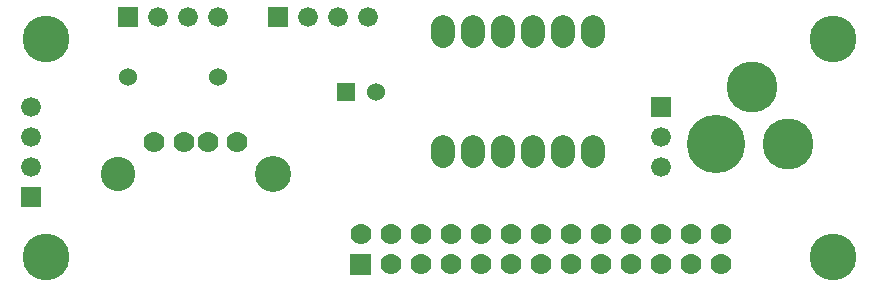
<source format=gbr>
G04 start of page 13 for group -4062 idx -4062 *
G04 Title: (unknown), soldermask *
G04 Creator: pcb 20110918 *
G04 CreationDate: Sat 01 Feb 2014 02:35:45 AM GMT UTC *
G04 For: vince *
G04 Format: Gerber/RS-274X *
G04 PCB-Dimensions: 300000 110000 *
G04 PCB-Coordinate-Origin: lower left *
%MOIN*%
%FSLAX25Y25*%
%LNBOTTOMMASK*%
%ADD132C,0.1700*%
%ADD131C,0.1950*%
%ADD130C,0.0660*%
%ADD129C,0.1560*%
%ADD128C,0.0600*%
%ADD127C,0.1150*%
%ADD126C,0.0001*%
%ADD125C,0.1200*%
%ADD124C,0.0700*%
%ADD123C,0.0800*%
G54D123*X162500Y52500D03*
Y92500D03*
X152500D03*
X172500Y52500D03*
Y92500D03*
X182500Y52500D03*
Y92500D03*
X192500Y52500D03*
X202500D03*
X192500Y92500D03*
G54D124*X155000Y15000D03*
Y25000D03*
X165000Y15000D03*
Y25000D03*
X175000Y15000D03*
Y25000D03*
X185000Y15000D03*
Y25000D03*
X195000Y15000D03*
Y25000D03*
X83777Y55670D03*
G54D125*X95850Y45000D03*
G54D126*G36*
X117000Y75500D02*Y69500D01*
X123000D01*
Y75500D01*
X117000D01*
G37*
G54D124*X56223Y55670D03*
X66063D03*
X73937D03*
G54D127*X44150Y45000D03*
G54D128*X77500Y77500D03*
X47500D03*
G54D126*G36*
X11700Y40800D02*Y34200D01*
X18300D01*
Y40800D01*
X11700D01*
G37*
G54D129*X20000Y17500D03*
G54D130*X15000Y47500D03*
Y57500D03*
Y67500D03*
G54D126*G36*
X94200Y100800D02*Y94200D01*
X100800D01*
Y100800D01*
X94200D01*
G37*
G54D130*X107500Y97500D03*
X117500D03*
X127500D03*
G54D126*G36*
X44200Y100800D02*Y94200D01*
X50800D01*
Y100800D01*
X44200D01*
G37*
G54D130*X57500Y97500D03*
X67500D03*
X77500D03*
G54D129*X20000Y90000D03*
G54D123*X152500Y52500D03*
G54D128*X130000Y72500D03*
G54D126*G36*
X121500Y18500D02*Y11500D01*
X128500D01*
Y18500D01*
X121500D01*
G37*
G54D124*X125000Y25000D03*
X135000Y15000D03*
Y25000D03*
X145000Y15000D03*
Y25000D03*
G54D123*X202500Y92500D03*
G54D126*G36*
X221700Y70800D02*Y64200D01*
X228300D01*
Y70800D01*
X221700D01*
G37*
G54D130*X225000Y57500D03*
Y47500D03*
G54D124*X205000Y15000D03*
Y25000D03*
G54D131*X243500Y55000D03*
G54D132*X267500D03*
X255500Y74000D03*
G54D129*X282500Y90000D03*
G54D124*X215000Y15000D03*
X225000D03*
X235000D03*
X215000Y25000D03*
X225000D03*
X235000D03*
G54D129*X282500Y17500D03*
G54D124*X245000Y15000D03*
Y25000D03*
G54D123*X202500Y94000D02*Y91000D01*
X192500Y94000D02*Y91000D01*
X182500Y94000D02*Y91000D01*
X172500Y94000D02*Y91000D01*
X162500Y94000D02*Y91000D01*
X152500Y94000D02*Y91000D01*
X172500Y54000D02*Y51000D01*
X182500Y54000D02*Y51000D01*
X152500Y54000D02*Y51000D01*
X162500Y54000D02*Y51000D01*
X192500Y54000D02*Y51000D01*
X202500Y54000D02*Y51000D01*
M02*

</source>
